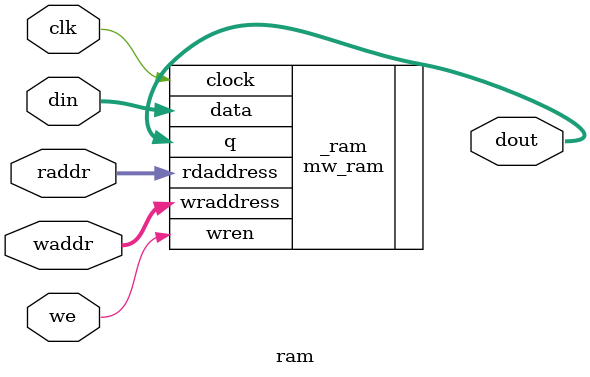
<source format=v>
module ram
#(
    parameter DATA_WIDTH = 16,
    parameter ADDR_WIDTH = 6)
(
    input wire clk,
    input wire [ADDR_WIDTH-1:0] raddr,
    input wire [ADDR_WIDTH-1:0] waddr,
    input wire we,
    input wire [DATA_WIDTH-1:0] din,
    output wire [DATA_WIDTH-1:0] dout);
    
    mw_ram _ram(
        .clock(clk),
        .wren(we),
        .data(din),
        .q(dout),
        .rdaddress(raddr),
        .wraddress(waddr));
    
endmodule

</source>
